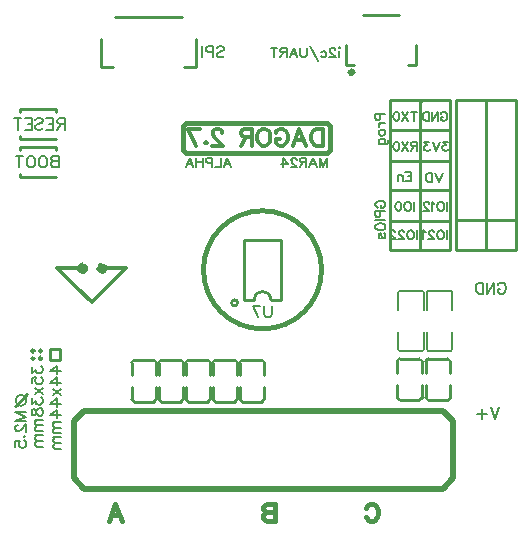
<source format=gbo>
G04 Layer: BottomSilkscreenLayer*
G04 EasyEDA v6.5.42, 2024-06-19 17:53:58*
G04 0aa094f9eb354ad99160228faad6b286,7c1e8d740ba24e6f83eb2d53d3341807,10*
G04 Gerber Generator version 0.2*
G04 Scale: 100 percent, Rotated: No, Reflected: No *
G04 Dimensions in millimeters *
G04 leading zeros omitted , absolute positions ,4 integer and 5 decimal *
%FSLAX45Y45*%
%MOMM*%

%ADD10C,0.2032*%
%ADD11C,0.3000*%
%ADD12C,0.4000*%
%ADD13C,0.2000*%
%ADD14C,0.3500*%
%ADD15C,0.5000*%
%ADD16C,0.2540*%
%ADD17C,0.1524*%
%ADD18C,0.4001*%
%ADD19C,0.7500*%
%ADD20C,0.0166*%

%LPD*%
D10*
X974945Y526244D02*
G01*
X967219Y530108D01*
X959490Y537837D01*
X955626Y545564D01*
X955626Y561017D01*
X959490Y568746D01*
X967219Y576473D01*
X974945Y580336D01*
X986536Y584200D01*
X1005855Y584200D01*
X1017445Y580336D01*
X1025171Y576473D01*
X1032901Y568746D01*
X1036764Y561017D01*
X1036764Y545564D01*
X1032901Y537837D01*
X1025171Y530108D01*
X1017445Y526244D01*
X1005855Y526244D01*
X1005855Y545564D02*
G01*
X1005855Y526244D01*
X955626Y500745D02*
G01*
X1036764Y500745D01*
X955626Y500745D02*
G01*
X955626Y465973D01*
X959490Y454380D01*
X963353Y450517D01*
X971082Y446653D01*
X982672Y446653D01*
X990399Y450517D01*
X994262Y454380D01*
X998126Y465973D01*
X998126Y500745D01*
X955626Y421154D02*
G01*
X1036764Y421154D01*
X955626Y372473D02*
G01*
X959490Y380199D01*
X967219Y387926D01*
X974945Y391789D01*
X986536Y395655D01*
X1005855Y395655D01*
X1017445Y391789D01*
X1025171Y387926D01*
X1032901Y380199D01*
X1036764Y372473D01*
X1036764Y357017D01*
X1032901Y349290D01*
X1025171Y341563D01*
X1017445Y337700D01*
X1005855Y333837D01*
X986536Y333837D01*
X974945Y337700D01*
X967219Y341563D01*
X959490Y349290D01*
X955626Y357017D01*
X955626Y372473D01*
X994262Y265836D02*
G01*
X986536Y269699D01*
X982672Y281289D01*
X982672Y292882D01*
X986536Y304472D01*
X994262Y308335D01*
X1001991Y304472D01*
X1005855Y296745D01*
X1009718Y277426D01*
X1013581Y269699D01*
X1021308Y265836D01*
X1025171Y265836D01*
X1032901Y269699D01*
X1036764Y281289D01*
X1036764Y292882D01*
X1032901Y304472D01*
X1025171Y308335D01*
X-1802709Y-858253D02*
G01*
X-1739071Y-812800D01*
X-1739071Y-880981D01*
X-1802709Y-858253D02*
G01*
X-1707253Y-858253D01*
X-1802709Y-956437D02*
G01*
X-1739071Y-910981D01*
X-1739071Y-979162D01*
X-1802709Y-956437D02*
G01*
X-1707253Y-956437D01*
X-1770890Y-1009164D02*
G01*
X-1707253Y-1059164D01*
X-1770890Y-1059164D02*
G01*
X-1707253Y-1009164D01*
X-1802709Y-1134618D02*
G01*
X-1739071Y-1089164D01*
X-1739071Y-1157345D01*
X-1802709Y-1134618D02*
G01*
X-1707253Y-1134618D01*
X-1802709Y-1232799D02*
G01*
X-1739071Y-1187345D01*
X-1739071Y-1255527D01*
X-1802709Y-1232799D02*
G01*
X-1707253Y-1232799D01*
X-1770890Y-1285527D02*
G01*
X-1707253Y-1285527D01*
X-1752709Y-1285527D02*
G01*
X-1766346Y-1299164D01*
X-1770890Y-1308254D01*
X-1770890Y-1321889D01*
X-1766346Y-1330982D01*
X-1752709Y-1335526D01*
X-1707253Y-1335526D01*
X-1752709Y-1335526D02*
G01*
X-1766346Y-1349164D01*
X-1770890Y-1358254D01*
X-1770890Y-1371892D01*
X-1766346Y-1380982D01*
X-1752709Y-1385526D01*
X-1707253Y-1385526D01*
X-1770890Y-1415526D02*
G01*
X-1707253Y-1415526D01*
X-1752709Y-1415526D02*
G01*
X-1766346Y-1429164D01*
X-1770890Y-1438254D01*
X-1770890Y-1451891D01*
X-1766346Y-1460982D01*
X-1752709Y-1465526D01*
X-1707253Y-1465526D01*
X-1752709Y-1465526D02*
G01*
X-1766346Y-1479163D01*
X-1770890Y-1488254D01*
X-1770890Y-1501891D01*
X-1766346Y-1510982D01*
X-1752709Y-1515526D01*
X-1707253Y-1515526D01*
X-1955109Y-821890D02*
G01*
X-1955109Y-871890D01*
X-1918746Y-844618D01*
X-1918746Y-858253D01*
X-1914199Y-867346D01*
X-1909653Y-871890D01*
X-1896018Y-876437D01*
X-1886927Y-876437D01*
X-1873290Y-871890D01*
X-1864199Y-862799D01*
X-1859653Y-849162D01*
X-1859653Y-835527D01*
X-1864199Y-821890D01*
X-1868746Y-817346D01*
X-1877837Y-812800D01*
X-1955109Y-960981D02*
G01*
X-1955109Y-915527D01*
X-1914199Y-910981D01*
X-1918746Y-915527D01*
X-1923290Y-929162D01*
X-1923290Y-942799D01*
X-1918746Y-956437D01*
X-1909653Y-965527D01*
X-1896018Y-970071D01*
X-1886927Y-970071D01*
X-1873290Y-965527D01*
X-1864199Y-956437D01*
X-1859653Y-942799D01*
X-1859653Y-929162D01*
X-1864199Y-915527D01*
X-1868746Y-910981D01*
X-1877837Y-906437D01*
X-1923290Y-1000071D02*
G01*
X-1859653Y-1050071D01*
X-1923290Y-1050071D02*
G01*
X-1859653Y-1000071D01*
X-1955109Y-1089164D02*
G01*
X-1955109Y-1139164D01*
X-1918746Y-1111890D01*
X-1918746Y-1125527D01*
X-1914199Y-1134618D01*
X-1909653Y-1139164D01*
X-1896018Y-1143708D01*
X-1886927Y-1143708D01*
X-1873290Y-1139164D01*
X-1864199Y-1130073D01*
X-1859653Y-1116436D01*
X-1859653Y-1102799D01*
X-1864199Y-1089164D01*
X-1868746Y-1084618D01*
X-1877837Y-1080071D01*
X-1955109Y-1196436D02*
G01*
X-1950562Y-1182799D01*
X-1941471Y-1178255D01*
X-1932381Y-1178255D01*
X-1923290Y-1182799D01*
X-1918746Y-1191889D01*
X-1914199Y-1210073D01*
X-1909653Y-1223708D01*
X-1900562Y-1232799D01*
X-1891471Y-1237345D01*
X-1877837Y-1237345D01*
X-1868746Y-1232799D01*
X-1864199Y-1228255D01*
X-1859653Y-1214617D01*
X-1859653Y-1196436D01*
X-1864199Y-1182799D01*
X-1868746Y-1178255D01*
X-1877837Y-1173708D01*
X-1891471Y-1173708D01*
X-1900562Y-1178255D01*
X-1909653Y-1187345D01*
X-1914199Y-1200980D01*
X-1918746Y-1219164D01*
X-1923290Y-1228255D01*
X-1932381Y-1232799D01*
X-1941471Y-1232799D01*
X-1950562Y-1228255D01*
X-1955109Y-1214617D01*
X-1955109Y-1196436D01*
X-1923290Y-1267345D02*
G01*
X-1859653Y-1267345D01*
X-1905109Y-1267345D02*
G01*
X-1918746Y-1280982D01*
X-1923290Y-1290073D01*
X-1923290Y-1303708D01*
X-1918746Y-1312798D01*
X-1905109Y-1317345D01*
X-1859653Y-1317345D01*
X-1905109Y-1317345D02*
G01*
X-1918746Y-1330982D01*
X-1923290Y-1340073D01*
X-1923290Y-1353708D01*
X-1918746Y-1362798D01*
X-1905109Y-1367345D01*
X-1859653Y-1367345D01*
X-1923290Y-1397345D02*
G01*
X-1859653Y-1397345D01*
X-1905109Y-1397345D02*
G01*
X-1918746Y-1410982D01*
X-1923290Y-1420073D01*
X-1923290Y-1433708D01*
X-1918746Y-1442798D01*
X-1905109Y-1447345D01*
X-1859653Y-1447345D01*
X-1905109Y-1447345D02*
G01*
X-1918746Y-1460982D01*
X-1923290Y-1470073D01*
X-1923290Y-1483707D01*
X-1918746Y-1492801D01*
X-1905109Y-1497345D01*
X-1859653Y-1497345D01*
X1567527Y1084026D02*
G01*
X1527528Y1084026D01*
X1549346Y1054935D01*
X1538437Y1054935D01*
X1531162Y1051300D01*
X1527528Y1047663D01*
X1523890Y1036754D01*
X1523890Y1029482D01*
X1527528Y1018573D01*
X1534800Y1011301D01*
X1545709Y1007663D01*
X1556618Y1007663D01*
X1567527Y1011301D01*
X1571162Y1014935D01*
X1574800Y1022210D01*
X1499890Y1084026D02*
G01*
X1470799Y1007663D01*
X1441709Y1084026D02*
G01*
X1470799Y1007663D01*
X1410436Y1084026D02*
G01*
X1370436Y1084026D01*
X1392255Y1054935D01*
X1381345Y1054935D01*
X1374073Y1051300D01*
X1370436Y1047663D01*
X1366799Y1036754D01*
X1366799Y1029482D01*
X1370436Y1018573D01*
X1377708Y1011301D01*
X1388618Y1007663D01*
X1399527Y1007663D01*
X1410436Y1011301D01*
X1414073Y1014935D01*
X1417708Y1022210D01*
X1562100Y576026D02*
G01*
X1562100Y499663D01*
X1516280Y576026D02*
G01*
X1523555Y572391D01*
X1530827Y565116D01*
X1534464Y557844D01*
X1538099Y546935D01*
X1538099Y528754D01*
X1534464Y517845D01*
X1530827Y510573D01*
X1523555Y503301D01*
X1516280Y499663D01*
X1501736Y499663D01*
X1494464Y503301D01*
X1487190Y510573D01*
X1483555Y517845D01*
X1479918Y528754D01*
X1479918Y546935D01*
X1483555Y557844D01*
X1487190Y565116D01*
X1494464Y572391D01*
X1501736Y576026D01*
X1516280Y576026D01*
X1455917Y561482D02*
G01*
X1448645Y565116D01*
X1437736Y576026D01*
X1437736Y499663D01*
X1410101Y557844D02*
G01*
X1410101Y561482D01*
X1406464Y568754D01*
X1402826Y572391D01*
X1395554Y576026D01*
X1381010Y576026D01*
X1373736Y572391D01*
X1370101Y568754D01*
X1366464Y561482D01*
X1366464Y554210D01*
X1370101Y546935D01*
X1377373Y536026D01*
X1413736Y499663D01*
X1362826Y499663D01*
X1507553Y1319844D02*
G01*
X1511190Y1327116D01*
X1518462Y1334391D01*
X1525737Y1338026D01*
X1540281Y1338026D01*
X1547553Y1334391D01*
X1554827Y1327116D01*
X1558462Y1319844D01*
X1562100Y1308935D01*
X1562100Y1290754D01*
X1558462Y1279845D01*
X1554827Y1272573D01*
X1547553Y1265301D01*
X1540281Y1261663D01*
X1525737Y1261663D01*
X1518462Y1265301D01*
X1511190Y1272573D01*
X1507553Y1279845D01*
X1507553Y1290754D01*
X1525737Y1290754D02*
G01*
X1507553Y1290754D01*
X1483555Y1338026D02*
G01*
X1483555Y1261663D01*
X1483555Y1338026D02*
G01*
X1432646Y1261663D01*
X1432646Y1338026D02*
G01*
X1432646Y1261663D01*
X1408645Y1338026D02*
G01*
X1408645Y1261663D01*
X1408645Y1338026D02*
G01*
X1383190Y1338026D01*
X1372280Y1334391D01*
X1365008Y1327116D01*
X1361373Y1319844D01*
X1357736Y1308935D01*
X1357736Y1290754D01*
X1361373Y1279845D01*
X1365008Y1272573D01*
X1372280Y1265301D01*
X1383190Y1261663D01*
X1408645Y1261663D01*
X1308100Y334726D02*
G01*
X1308100Y258363D01*
X1262280Y334726D02*
G01*
X1269555Y331091D01*
X1276827Y323816D01*
X1280464Y316544D01*
X1284099Y305635D01*
X1284099Y287454D01*
X1280464Y276545D01*
X1276827Y269273D01*
X1269555Y262001D01*
X1262280Y258363D01*
X1247736Y258363D01*
X1240464Y262001D01*
X1233190Y269273D01*
X1229555Y276545D01*
X1225918Y287454D01*
X1225918Y305635D01*
X1229555Y316544D01*
X1233190Y323816D01*
X1240464Y331091D01*
X1247736Y334726D01*
X1262280Y334726D01*
X1198280Y316544D02*
G01*
X1198280Y320182D01*
X1194645Y327454D01*
X1191008Y331091D01*
X1183736Y334726D01*
X1169189Y334726D01*
X1161917Y331091D01*
X1158280Y327454D01*
X1154645Y320182D01*
X1154645Y312910D01*
X1158280Y305635D01*
X1165555Y294726D01*
X1201917Y258363D01*
X1151008Y258363D01*
X1123373Y316544D02*
G01*
X1123373Y320182D01*
X1119736Y327454D01*
X1116098Y331091D01*
X1108826Y334726D01*
X1094282Y334726D01*
X1087008Y331091D01*
X1083373Y327454D01*
X1079736Y320182D01*
X1079736Y312910D01*
X1083373Y305635D01*
X1090645Y294726D01*
X1127008Y258363D01*
X1076098Y258363D01*
X1562100Y334726D02*
G01*
X1562100Y258363D01*
X1516280Y334726D02*
G01*
X1523555Y331091D01*
X1530827Y323816D01*
X1534464Y316544D01*
X1538099Y305635D01*
X1538099Y287454D01*
X1534464Y276545D01*
X1530827Y269273D01*
X1523555Y262001D01*
X1516280Y258363D01*
X1501736Y258363D01*
X1494464Y262001D01*
X1487190Y269273D01*
X1483555Y276545D01*
X1479918Y287454D01*
X1479918Y305635D01*
X1483555Y316544D01*
X1487190Y323816D01*
X1494464Y331091D01*
X1501736Y334726D01*
X1516280Y334726D01*
X1452280Y316544D02*
G01*
X1452280Y320182D01*
X1448645Y327454D01*
X1445008Y331091D01*
X1437736Y334726D01*
X1423189Y334726D01*
X1415917Y331091D01*
X1412280Y327454D01*
X1408645Y320182D01*
X1408645Y312910D01*
X1412280Y305635D01*
X1419555Y294726D01*
X1455917Y258363D01*
X1405008Y258363D01*
X1381008Y320182D02*
G01*
X1373736Y323816D01*
X1362826Y334726D01*
X1362826Y258363D01*
X955626Y1320800D02*
G01*
X1036764Y1320800D01*
X955626Y1320800D02*
G01*
X955626Y1286027D01*
X959490Y1274434D01*
X963353Y1270571D01*
X971080Y1266708D01*
X982672Y1266708D01*
X990399Y1270571D01*
X994262Y1274434D01*
X998126Y1286027D01*
X998126Y1320800D01*
X982672Y1241209D02*
G01*
X1036764Y1241209D01*
X1005855Y1241209D02*
G01*
X994262Y1237343D01*
X986536Y1229616D01*
X982672Y1221889D01*
X982672Y1210299D01*
X982672Y1165479D02*
G01*
X986536Y1173208D01*
X994262Y1180934D01*
X1005855Y1184798D01*
X1013581Y1184798D01*
X1025171Y1180934D01*
X1032901Y1173208D01*
X1036764Y1165479D01*
X1036764Y1153888D01*
X1032901Y1146162D01*
X1025171Y1138433D01*
X1013581Y1134569D01*
X1005855Y1134569D01*
X994262Y1138433D01*
X986536Y1146162D01*
X982672Y1153888D01*
X982672Y1165479D01*
X982672Y1062705D02*
G01*
X1044491Y1062705D01*
X1056081Y1066568D01*
X1059944Y1070432D01*
X1063810Y1078161D01*
X1063810Y1089751D01*
X1059944Y1097478D01*
X994262Y1062705D02*
G01*
X986536Y1070432D01*
X982672Y1078161D01*
X982672Y1089751D01*
X986536Y1097478D01*
X994262Y1105207D01*
X1005855Y1109070D01*
X1013581Y1109070D01*
X1025171Y1105207D01*
X1032901Y1097478D01*
X1036764Y1089751D01*
X1036764Y1078161D01*
X1032901Y1070432D01*
X1025171Y1062705D01*
X652703Y1879076D02*
G01*
X648840Y1875213D01*
X644977Y1879076D01*
X648840Y1882940D01*
X652703Y1879076D01*
X648840Y1852030D02*
G01*
X648840Y1797938D01*
X615612Y1859760D02*
G01*
X615612Y1863623D01*
X611748Y1871350D01*
X607885Y1875213D01*
X600158Y1879076D01*
X584702Y1879076D01*
X576976Y1875213D01*
X573112Y1871350D01*
X569247Y1863623D01*
X569247Y1855894D01*
X573112Y1848167D01*
X580839Y1836577D01*
X619475Y1797938D01*
X565383Y1797938D01*
X493519Y1840440D02*
G01*
X501246Y1848167D01*
X508975Y1852030D01*
X520565Y1852030D01*
X528292Y1848167D01*
X536021Y1840440D01*
X539884Y1828848D01*
X539884Y1821121D01*
X536021Y1809531D01*
X528292Y1801802D01*
X520565Y1797938D01*
X508975Y1797938D01*
X501246Y1801802D01*
X493519Y1809531D01*
X398472Y1894532D02*
G01*
X468020Y1770893D01*
X372973Y1879076D02*
G01*
X372973Y1821121D01*
X369110Y1809531D01*
X361381Y1801802D01*
X349791Y1797938D01*
X342064Y1797938D01*
X330471Y1801802D01*
X322745Y1809531D01*
X318881Y1821121D01*
X318881Y1879076D01*
X262470Y1879076D02*
G01*
X293380Y1797938D01*
X262470Y1879076D02*
G01*
X231561Y1797938D01*
X281790Y1824984D02*
G01*
X243154Y1824984D01*
X206062Y1879076D02*
G01*
X206062Y1797938D01*
X206062Y1879076D02*
G01*
X171287Y1879076D01*
X159697Y1875213D01*
X155834Y1871350D01*
X151970Y1863623D01*
X151970Y1855894D01*
X155834Y1848167D01*
X159697Y1844304D01*
X171287Y1840440D01*
X206062Y1840440D01*
X179016Y1840440D02*
G01*
X151970Y1797938D01*
X99423Y1879076D02*
G01*
X99423Y1797938D01*
X126469Y1879076D02*
G01*
X72377Y1879076D01*
X2003907Y-1163883D02*
G01*
X1967544Y-1259339D01*
X1931179Y-1163883D02*
G01*
X1967544Y-1259339D01*
X1860270Y-1177521D02*
G01*
X1860270Y-1259339D01*
X1901179Y-1218430D02*
G01*
X1819361Y-1218430D01*
X1991639Y-129857D02*
G01*
X1995957Y-120713D01*
X2005101Y-111823D01*
X2014245Y-107251D01*
X2032533Y-107251D01*
X2041423Y-111823D01*
X2050567Y-120713D01*
X2055139Y-129857D01*
X2059711Y-143573D01*
X2059711Y-166179D01*
X2055139Y-179895D01*
X2050567Y-189039D01*
X2041423Y-198183D01*
X2032533Y-202755D01*
X2014245Y-202755D01*
X2005101Y-198183D01*
X1995957Y-189039D01*
X1991639Y-179895D01*
X1991639Y-166179D01*
X2014245Y-166179D02*
G01*
X1991639Y-166179D01*
X1961413Y-107251D02*
G01*
X1961413Y-202755D01*
X1961413Y-107251D02*
G01*
X1897913Y-202755D01*
X1897913Y-107251D02*
G01*
X1897913Y-202755D01*
X1867941Y-107251D02*
G01*
X1867941Y-202755D01*
X1867941Y-107251D02*
G01*
X1836191Y-107251D01*
X1822475Y-111823D01*
X1813331Y-120713D01*
X1808759Y-129857D01*
X1804187Y-143573D01*
X1804187Y-166179D01*
X1808759Y-179895D01*
X1813331Y-189039D01*
X1822475Y-198183D01*
X1836191Y-202755D01*
X1867941Y-202755D01*
X1308100Y1084026D02*
G01*
X1308100Y1007663D01*
X1308100Y1084026D02*
G01*
X1275372Y1084026D01*
X1264462Y1080391D01*
X1260828Y1076754D01*
X1257190Y1069482D01*
X1257190Y1062210D01*
X1260828Y1054935D01*
X1264462Y1051300D01*
X1275372Y1047663D01*
X1308100Y1047663D01*
X1282646Y1047663D02*
G01*
X1257190Y1007663D01*
X1233190Y1084026D02*
G01*
X1182281Y1007663D01*
X1182281Y1084026D02*
G01*
X1233190Y1007663D01*
X1136464Y1084026D02*
G01*
X1147373Y1080391D01*
X1154645Y1069482D01*
X1158283Y1051300D01*
X1158283Y1040391D01*
X1154645Y1022210D01*
X1147373Y1011301D01*
X1136464Y1007663D01*
X1129190Y1007663D01*
X1118283Y1011301D01*
X1111008Y1022210D01*
X1107373Y1040391D01*
X1107373Y1051300D01*
X1111008Y1069482D01*
X1118283Y1080391D01*
X1129190Y1084026D01*
X1136464Y1084026D01*
X1282646Y1338026D02*
G01*
X1282646Y1261663D01*
X1308100Y1338026D02*
G01*
X1257190Y1338026D01*
X1233190Y1338026D02*
G01*
X1182281Y1261663D01*
X1182281Y1338026D02*
G01*
X1233190Y1261663D01*
X1136464Y1338026D02*
G01*
X1147373Y1334391D01*
X1154645Y1323482D01*
X1158283Y1305300D01*
X1158283Y1294391D01*
X1154645Y1276210D01*
X1147373Y1265301D01*
X1136464Y1261663D01*
X1129190Y1261663D01*
X1118283Y1265301D01*
X1111008Y1276210D01*
X1107373Y1294391D01*
X1107373Y1305300D01*
X1111008Y1323482D01*
X1118283Y1334391D01*
X1129190Y1338026D01*
X1136464Y1338026D01*
X1257300Y830026D02*
G01*
X1257300Y753663D01*
X1257300Y830026D02*
G01*
X1210028Y830026D01*
X1257300Y793663D02*
G01*
X1228209Y793663D01*
X1257300Y753663D02*
G01*
X1210028Y753663D01*
X1186027Y804572D02*
G01*
X1186027Y753663D01*
X1186027Y790026D02*
G01*
X1175118Y800935D01*
X1167846Y804572D01*
X1156936Y804572D01*
X1149664Y800935D01*
X1146027Y790026D01*
X1146027Y753663D01*
X1282700Y576026D02*
G01*
X1282700Y499663D01*
X1236880Y576026D02*
G01*
X1244155Y572391D01*
X1251427Y565116D01*
X1255064Y557844D01*
X1258699Y546935D01*
X1258699Y528754D01*
X1255064Y517845D01*
X1251427Y510573D01*
X1244155Y503301D01*
X1236880Y499663D01*
X1222336Y499663D01*
X1215064Y503301D01*
X1207790Y510573D01*
X1204155Y517845D01*
X1200518Y528754D01*
X1200518Y546935D01*
X1204155Y557844D01*
X1207790Y565116D01*
X1215064Y572391D01*
X1222336Y576026D01*
X1236880Y576026D01*
X1154699Y576026D02*
G01*
X1165608Y572391D01*
X1172883Y561482D01*
X1176517Y543300D01*
X1176517Y532391D01*
X1172883Y514210D01*
X1165608Y503301D01*
X1154699Y499663D01*
X1147427Y499663D01*
X1136517Y503301D01*
X1129245Y514210D01*
X1125608Y532391D01*
X1125608Y543300D01*
X1129245Y561482D01*
X1136517Y572391D01*
X1147427Y576026D01*
X1154699Y576026D01*
X-1676400Y1282009D02*
G01*
X-1676400Y1186553D01*
X-1676400Y1282009D02*
G01*
X-1717309Y1282009D01*
X-1730946Y1277462D01*
X-1735490Y1272918D01*
X-1740037Y1263827D01*
X-1740037Y1254737D01*
X-1735490Y1245646D01*
X-1730946Y1241099D01*
X-1717309Y1236553D01*
X-1676400Y1236553D01*
X-1708218Y1236553D02*
G01*
X-1740037Y1186553D01*
X-1770037Y1282009D02*
G01*
X-1770037Y1186553D01*
X-1770037Y1282009D02*
G01*
X-1829127Y1282009D01*
X-1770037Y1236553D02*
G01*
X-1806399Y1236553D01*
X-1770037Y1186553D02*
G01*
X-1829127Y1186553D01*
X-1922764Y1268371D02*
G01*
X-1913671Y1277462D01*
X-1900036Y1282009D01*
X-1881855Y1282009D01*
X-1868218Y1277462D01*
X-1859127Y1268371D01*
X-1859127Y1259281D01*
X-1863671Y1250190D01*
X-1868218Y1245646D01*
X-1877308Y1241099D01*
X-1904580Y1232009D01*
X-1913671Y1227462D01*
X-1918218Y1222918D01*
X-1922764Y1213827D01*
X-1922764Y1200190D01*
X-1913671Y1191099D01*
X-1900036Y1186553D01*
X-1881855Y1186553D01*
X-1868218Y1191099D01*
X-1859127Y1200190D01*
X-1952764Y1282009D02*
G01*
X-1952764Y1186553D01*
X-1952764Y1282009D02*
G01*
X-2011855Y1282009D01*
X-1952764Y1236553D02*
G01*
X-1989127Y1236553D01*
X-1952764Y1186553D02*
G01*
X-2011855Y1186553D01*
X-2073673Y1282009D02*
G01*
X-2073673Y1186553D01*
X-2041855Y1282009D02*
G01*
X-2105489Y1282009D01*
X-1727200Y964509D02*
G01*
X-1727200Y869053D01*
X-1727200Y964509D02*
G01*
X-1768109Y964509D01*
X-1781746Y959962D01*
X-1786290Y955418D01*
X-1790837Y946327D01*
X-1790837Y937237D01*
X-1786290Y928146D01*
X-1781746Y923599D01*
X-1768109Y919053D01*
X-1727200Y919053D02*
G01*
X-1768109Y919053D01*
X-1781746Y914509D01*
X-1786290Y909962D01*
X-1790837Y900871D01*
X-1790837Y887237D01*
X-1786290Y878146D01*
X-1781746Y873599D01*
X-1768109Y869053D01*
X-1727200Y869053D01*
X-1848109Y964509D02*
G01*
X-1839018Y959962D01*
X-1829927Y950871D01*
X-1825381Y941781D01*
X-1820837Y928146D01*
X-1820837Y905418D01*
X-1825381Y891781D01*
X-1829927Y882690D01*
X-1839018Y873599D01*
X-1848109Y869053D01*
X-1866290Y869053D01*
X-1875381Y873599D01*
X-1884471Y882690D01*
X-1889018Y891781D01*
X-1893562Y905418D01*
X-1893562Y928146D01*
X-1889018Y941781D01*
X-1884471Y950871D01*
X-1875381Y959962D01*
X-1866290Y964509D01*
X-1848109Y964509D01*
X-1950836Y964509D02*
G01*
X-1941746Y959962D01*
X-1932655Y950871D01*
X-1928108Y941781D01*
X-1923564Y928146D01*
X-1923564Y905418D01*
X-1928108Y891781D01*
X-1932655Y882690D01*
X-1941746Y873599D01*
X-1950836Y869053D01*
X-1969018Y869053D01*
X-1978108Y873599D01*
X-1987199Y882690D01*
X-1991746Y891781D01*
X-1996290Y905418D01*
X-1996290Y928146D01*
X-1991746Y941781D01*
X-1987199Y950871D01*
X-1978108Y959962D01*
X-1969018Y964509D01*
X-1950836Y964509D01*
X-2058108Y964509D02*
G01*
X-2058108Y869053D01*
X-2026290Y964509D02*
G01*
X-2089927Y964509D01*
X-388833Y1880575D02*
G01*
X-379742Y1889666D01*
X-366105Y1894212D01*
X-347924Y1894212D01*
X-334286Y1889666D01*
X-325196Y1880575D01*
X-325196Y1871484D01*
X-329742Y1862394D01*
X-334286Y1857849D01*
X-343377Y1853303D01*
X-370649Y1844212D01*
X-379742Y1839666D01*
X-384286Y1835122D01*
X-388833Y1826031D01*
X-388833Y1812394D01*
X-379742Y1803303D01*
X-366105Y1798756D01*
X-347924Y1798756D01*
X-334286Y1803303D01*
X-325196Y1812394D01*
X-418833Y1894212D02*
G01*
X-418833Y1798756D01*
X-418833Y1894212D02*
G01*
X-459742Y1894212D01*
X-473377Y1889666D01*
X-477923Y1885121D01*
X-482467Y1876031D01*
X-482467Y1862394D01*
X-477923Y1853303D01*
X-473377Y1848756D01*
X-459742Y1844212D01*
X-418833Y1844212D01*
X-512467Y1894212D02*
G01*
X-512467Y1798756D01*
X546100Y949373D02*
G01*
X546100Y868235D01*
X546100Y949373D02*
G01*
X515190Y868235D01*
X484281Y949373D02*
G01*
X515190Y868235D01*
X484281Y949373D02*
G01*
X484281Y868235D01*
X427870Y949373D02*
G01*
X458779Y868235D01*
X427870Y949373D02*
G01*
X396961Y868235D01*
X447189Y895281D02*
G01*
X408553Y895281D01*
X371462Y949373D02*
G01*
X371462Y868235D01*
X371462Y949373D02*
G01*
X336687Y949373D01*
X325097Y945509D01*
X321233Y941646D01*
X317370Y933919D01*
X317370Y926190D01*
X321233Y918463D01*
X325097Y914600D01*
X336687Y910737D01*
X371462Y910737D01*
X344416Y910737D02*
G01*
X317370Y868235D01*
X288005Y930056D02*
G01*
X288005Y933919D01*
X284142Y941646D01*
X280278Y945509D01*
X272552Y949373D01*
X257096Y949373D01*
X249369Y945509D01*
X245506Y941646D01*
X241640Y933919D01*
X241640Y926190D01*
X245506Y918463D01*
X253232Y906873D01*
X291868Y868235D01*
X237777Y868235D01*
X173639Y949373D02*
G01*
X212277Y895281D01*
X154322Y895281D01*
X173639Y949373D02*
G01*
X173639Y868235D01*
D11*
X508000Y1192763D02*
G01*
X508000Y1049581D01*
X508000Y1192763D02*
G01*
X460273Y1192763D01*
X439818Y1185946D01*
X426181Y1172309D01*
X419364Y1158671D01*
X412546Y1138217D01*
X412546Y1104127D01*
X419364Y1083673D01*
X426181Y1070035D01*
X439818Y1056399D01*
X460273Y1049581D01*
X508000Y1049581D01*
X313000Y1192763D02*
G01*
X367545Y1049581D01*
X313000Y1192763D02*
G01*
X258455Y1049581D01*
X347090Y1097307D02*
G01*
X278909Y1097307D01*
X111183Y1158671D02*
G01*
X118000Y1172309D01*
X131638Y1185946D01*
X145272Y1192763D01*
X172547Y1192763D01*
X186181Y1185946D01*
X199819Y1172309D01*
X206636Y1158671D01*
X213453Y1138217D01*
X213453Y1104127D01*
X206636Y1083673D01*
X199819Y1070035D01*
X186181Y1056399D01*
X172547Y1049581D01*
X145272Y1049581D01*
X131638Y1056399D01*
X118000Y1070035D01*
X111183Y1083673D01*
X111183Y1104127D01*
X145272Y1104127D02*
G01*
X111183Y1104127D01*
X25272Y1192763D02*
G01*
X38910Y1185946D01*
X52547Y1172309D01*
X59364Y1158671D01*
X66182Y1138217D01*
X66182Y1104127D01*
X59364Y1083673D01*
X52547Y1070035D01*
X38910Y1056399D01*
X25272Y1049581D01*
X-1998Y1049581D01*
X-15636Y1056399D01*
X-29270Y1070035D01*
X-36090Y1083673D01*
X-42908Y1104127D01*
X-42908Y1138217D01*
X-36090Y1158671D01*
X-29270Y1172309D01*
X-15636Y1185946D01*
X-1998Y1192763D01*
X25272Y1192763D01*
X-87906Y1192763D02*
G01*
X-87906Y1049581D01*
X-87906Y1192763D02*
G01*
X-149270Y1192763D01*
X-169725Y1185946D01*
X-176545Y1179126D01*
X-183362Y1165491D01*
X-183362Y1151854D01*
X-176545Y1138217D01*
X-169725Y1131399D01*
X-149270Y1124582D01*
X-87906Y1124582D01*
X-135636Y1124582D02*
G01*
X-183362Y1049581D01*
X-340179Y1158671D02*
G01*
X-340179Y1165491D01*
X-346997Y1179126D01*
X-353816Y1185946D01*
X-367451Y1192763D01*
X-394726Y1192763D01*
X-408360Y1185946D01*
X-415180Y1179126D01*
X-421998Y1165491D01*
X-421998Y1151854D01*
X-415180Y1138217D01*
X-401543Y1117762D01*
X-333362Y1049581D01*
X-428815Y1049581D01*
X-480634Y1083673D02*
G01*
X-473816Y1076853D01*
X-480634Y1070035D01*
X-487451Y1076853D01*
X-480634Y1083673D01*
X-627905Y1192763D02*
G01*
X-559724Y1049581D01*
X-532452Y1192763D02*
G01*
X-627905Y1192763D01*
D10*
X1524000Y822373D02*
G01*
X1493090Y741235D01*
X1462181Y822373D02*
G01*
X1493090Y741235D01*
X1436679Y822373D02*
G01*
X1436679Y741235D01*
X1436679Y822373D02*
G01*
X1409633Y822373D01*
X1398043Y818509D01*
X1390317Y810783D01*
X1386453Y803056D01*
X1382588Y791463D01*
X1382588Y772144D01*
X1386453Y760554D01*
X1390317Y752828D01*
X1398043Y745098D01*
X1409633Y741235D01*
X1436679Y741235D01*
D12*
X-1248346Y-1982236D02*
G01*
X-1193800Y-2125418D01*
X-1248346Y-1982236D02*
G01*
X-1302890Y-2125418D01*
X-1214254Y-2077692D02*
G01*
X-1282435Y-2077692D01*
X101600Y-1982236D02*
G01*
X101600Y-2125418D01*
X101600Y-1982236D02*
G01*
X40236Y-1982236D01*
X19781Y-1989053D01*
X12964Y-1995873D01*
X6146Y-2009508D01*
X6146Y-2023145D01*
X12964Y-2036782D01*
X19781Y-2043600D01*
X40236Y-2050417D01*
X101600Y-2050417D02*
G01*
X40236Y-2050417D01*
X19781Y-2057237D01*
X12964Y-2064054D01*
X6146Y-2077692D01*
X6146Y-2098146D01*
X12964Y-2111781D01*
X19781Y-2118601D01*
X40236Y-2125418D01*
X101600Y-2125418D01*
X875626Y-2016328D02*
G01*
X882446Y-2002690D01*
X896081Y-1989053D01*
X909718Y-1982236D01*
X936990Y-1982236D01*
X950628Y-1989053D01*
X964262Y-2002690D01*
X971082Y-2016328D01*
X977900Y-2036782D01*
X977900Y-2070872D01*
X971082Y-2091326D01*
X964262Y-2104964D01*
X950628Y-2118600D01*
X936990Y-2125418D01*
X909718Y-2125418D01*
X896081Y-2118600D01*
X882446Y-2104964D01*
X875626Y-2091326D01*
D10*
X-2094809Y-1206500D02*
G01*
X-1999353Y-1206500D01*
X-2094809Y-1206500D02*
G01*
X-1999353Y-1242862D01*
X-2094809Y-1279227D02*
G01*
X-1999353Y-1242862D01*
X-2094809Y-1279227D02*
G01*
X-1999353Y-1279227D01*
X-2072081Y-1313771D02*
G01*
X-2076627Y-1313771D01*
X-2085718Y-1318318D01*
X-2090262Y-1322862D01*
X-2094809Y-1331955D01*
X-2094809Y-1350137D01*
X-2090262Y-1359227D01*
X-2085718Y-1363771D01*
X-2076627Y-1368318D01*
X-2067537Y-1368318D01*
X-2058446Y-1363771D01*
X-2044809Y-1354681D01*
X-1999353Y-1309227D01*
X-1999353Y-1372862D01*
X-2022081Y-1407408D02*
G01*
X-2017537Y-1402864D01*
X-2012990Y-1407408D01*
X-2017537Y-1411955D01*
X-2022081Y-1407408D01*
X-2094809Y-1496499D02*
G01*
X-2094809Y-1451046D01*
X-2053899Y-1446499D01*
X-2058446Y-1451046D01*
X-2062990Y-1464680D01*
X-2062990Y-1478318D01*
X-2058446Y-1491955D01*
X-2049353Y-1501046D01*
X-2035718Y-1505590D01*
X-2026627Y-1505590D01*
X-2012990Y-1501046D01*
X-2003899Y-1491955D01*
X-1999353Y-1478318D01*
X-1999353Y-1464680D01*
X-2003899Y-1451046D01*
X-2008446Y-1446499D01*
X-2017537Y-1441955D01*
X-297609Y949373D02*
G01*
X-266700Y868235D01*
X-297609Y949373D02*
G01*
X-328518Y868235D01*
X-278290Y895281D02*
G01*
X-316928Y895281D01*
X-354020Y949373D02*
G01*
X-354020Y868235D01*
X-354020Y868235D02*
G01*
X-400382Y868235D01*
X-425884Y949373D02*
G01*
X-425884Y868235D01*
X-425884Y949373D02*
G01*
X-460656Y949373D01*
X-472246Y945509D01*
X-476112Y941646D01*
X-479976Y933919D01*
X-479976Y922327D01*
X-476112Y914600D01*
X-472246Y910737D01*
X-460656Y906873D01*
X-425884Y906873D01*
X-505475Y949373D02*
G01*
X-505475Y868235D01*
X-559567Y949373D02*
G01*
X-559567Y868235D01*
X-505475Y910737D02*
G01*
X-559567Y910737D01*
X-615977Y949373D02*
G01*
X-585068Y868235D01*
X-615977Y949373D02*
G01*
X-646887Y868235D01*
X-596658Y895281D02*
G01*
X-635294Y895281D01*
D13*
X76200Y-305490D02*
G01*
X76200Y-373672D01*
X71653Y-387309D01*
X62562Y-396400D01*
X48928Y-400946D01*
X39837Y-400946D01*
X26200Y-396400D01*
X17109Y-387309D01*
X12562Y-373672D01*
X12562Y-305490D01*
X-81071Y-305490D02*
G01*
X-35618Y-400946D01*
X-17437Y-305490D02*
G01*
X-81071Y-305490D01*
D14*
X-1358823Y12694D02*
G01*
X-1153083Y12694D01*
X-1440103Y-274325D01*
D15*
X-1600200Y-1447800D02*
G01*
X-1600200Y-1765300D01*
X-1511300Y-1854200D01*
X1524000Y-1854200D01*
X1612900Y-1765300D01*
X1612900Y-1282700D01*
X1524000Y-1193800D01*
X-1511300Y-1193800D01*
X-1600200Y-1282700D01*
X-1600200Y-1447800D01*
D16*
X-1752600Y1104900D02*
G01*
X-2057400Y1104900D01*
X-2057400Y1130300D01*
X-2057400Y1016000D02*
G01*
X-2057400Y1041400D01*
X-1752600Y1041400D01*
X-1752600Y1016000D01*
X-1803400Y-673100D02*
G01*
X-1714500Y-673100D01*
X-1714500Y-762000D01*
X1638300Y1435100D02*
G01*
X2146300Y1435100D01*
X2146300Y165100D01*
X1638300Y165100D01*
X1638300Y1435100D01*
X1892300Y1435100D02*
G01*
X1892300Y165100D01*
X2146300Y418757D02*
G01*
X1638300Y418757D01*
D12*
X-647700Y1244600D02*
G01*
X-673100Y1218945D01*
X-673100Y1016000D01*
X-647700Y990600D01*
X546100Y990600D01*
X571500Y1016000D01*
X571500Y1219200D01*
X546100Y1244600D01*
X-647700Y1244600D01*
D14*
X-1523923Y12694D02*
G01*
X-1739823Y12694D01*
X-1571421Y-155707D01*
X-1440002Y-274325D01*
D16*
X-1803400Y-762000D02*
G01*
X-1803400Y-673100D01*
X-1714500Y-762000D02*
G01*
X-1803400Y-762000D01*
X-2095500Y-1155700D02*
G01*
X-2082800Y-1143000D01*
X-1993900Y-1054100D01*
X-1752600Y787400D02*
G01*
X-2057400Y787400D01*
X-2057400Y812800D01*
X-2057400Y1333500D02*
G01*
X-2057400Y1358900D01*
X-1752600Y1358900D01*
X-1752600Y1333500D01*
X1079500Y1435100D02*
G01*
X1587500Y1435100D01*
X1587500Y165100D01*
X1079500Y165100D01*
X1079500Y1435100D01*
X1587500Y413410D02*
G01*
X1584960Y415950D01*
X1079500Y415950D01*
X1587500Y675030D02*
G01*
X1079500Y675030D01*
X1587500Y923950D02*
G01*
X1582420Y918870D01*
X1079500Y918870D01*
X1587500Y1180490D02*
G01*
X1079500Y1180490D01*
X1346149Y1435100D02*
G01*
X1335989Y1424939D01*
X1335989Y165100D01*
X853287Y2161794D02*
G01*
X1153312Y2161794D01*
X703300Y1901799D02*
G01*
X703300Y1736801D01*
X778306Y1736801D01*
X1228293Y1736801D02*
G01*
X1303299Y1736801D01*
X1303299Y1901799D01*
X-1365196Y1718348D02*
G01*
X-1268308Y1718348D01*
X-662081Y1718348D02*
G01*
X-565200Y1718348D01*
X-565200Y1718348D02*
G01*
X-565200Y1950234D01*
X-1365196Y1718348D02*
G01*
X-1365196Y1950234D01*
X-1247079Y2143345D02*
G01*
X-683318Y2143345D01*
X68579Y-251460D02*
G01*
X160020Y-251460D01*
X-160020Y-251460D02*
G01*
X-68579Y-251460D01*
X-160273Y249936D02*
G01*
X159512Y249936D01*
X159512Y249936D02*
G01*
X159512Y-250189D01*
X-160273Y249936D02*
G01*
X-160273Y-250189D01*
X-1083302Y-1114803D02*
G01*
X-923300Y-1114803D01*
X-1083302Y-764796D02*
G01*
X-923297Y-764799D01*
X-899299Y-989799D02*
G01*
X-899299Y-1094798D01*
X-1107300Y-989799D02*
G01*
X-1107300Y-1094798D01*
X-899299Y-889800D02*
G01*
X-899299Y-784801D01*
X-1107300Y-889800D02*
G01*
X-1107300Y-784801D01*
X-1085293Y-764796D02*
G01*
X-1083302Y-764796D01*
X-1087295Y-764796D02*
G01*
X-1083302Y-764796D01*
X-919302Y-764799D02*
G01*
X-923297Y-764799D01*
X-1087295Y-1114803D02*
G01*
X-1083302Y-1114803D01*
X-919304Y-1114803D02*
G01*
X-923300Y-1114803D01*
X-854702Y-1114803D02*
G01*
X-694700Y-1114803D01*
X-854702Y-764796D02*
G01*
X-694697Y-764799D01*
X-670699Y-989799D02*
G01*
X-670699Y-1094798D01*
X-878700Y-989799D02*
G01*
X-878700Y-1094798D01*
X-670699Y-889800D02*
G01*
X-670699Y-784801D01*
X-878700Y-889800D02*
G01*
X-878700Y-784801D01*
X-856693Y-764796D02*
G01*
X-854702Y-764796D01*
X-858695Y-764796D02*
G01*
X-854702Y-764796D01*
X-690702Y-764799D02*
G01*
X-694697Y-764799D01*
X-858695Y-1114803D02*
G01*
X-854702Y-1114803D01*
X-690704Y-1114803D02*
G01*
X-694700Y-1114803D01*
X-626102Y-1114803D02*
G01*
X-466100Y-1114803D01*
X-626102Y-764796D02*
G01*
X-466097Y-764799D01*
X-442099Y-989799D02*
G01*
X-442099Y-1094798D01*
X-650100Y-989799D02*
G01*
X-650100Y-1094798D01*
X-442099Y-889800D02*
G01*
X-442099Y-784801D01*
X-650100Y-889800D02*
G01*
X-650100Y-784801D01*
X-628093Y-764796D02*
G01*
X-626102Y-764796D01*
X-630095Y-764796D02*
G01*
X-626102Y-764796D01*
X-462102Y-764799D02*
G01*
X-466097Y-764799D01*
X-630095Y-1114803D02*
G01*
X-626102Y-1114803D01*
X-462104Y-1114803D02*
G01*
X-466100Y-1114803D01*
X-397502Y-1114803D02*
G01*
X-237500Y-1114803D01*
X-397502Y-764796D02*
G01*
X-237497Y-764799D01*
X-213499Y-989799D02*
G01*
X-213499Y-1094798D01*
X-421500Y-989799D02*
G01*
X-421500Y-1094798D01*
X-213499Y-889800D02*
G01*
X-213499Y-784801D01*
X-421500Y-889800D02*
G01*
X-421500Y-784801D01*
X-399493Y-764796D02*
G01*
X-397502Y-764796D01*
X-401495Y-764796D02*
G01*
X-397502Y-764796D01*
X-233502Y-764799D02*
G01*
X-237497Y-764799D01*
X-401495Y-1114803D02*
G01*
X-397502Y-1114803D01*
X-233504Y-1114803D02*
G01*
X-237500Y-1114803D01*
X-168902Y-1114803D02*
G01*
X-8900Y-1114803D01*
X-168902Y-764796D02*
G01*
X-8897Y-764799D01*
X15100Y-989799D02*
G01*
X15100Y-1094798D01*
X-192900Y-989799D02*
G01*
X-192900Y-1094798D01*
X15100Y-889800D02*
G01*
X15100Y-784801D01*
X-192900Y-889800D02*
G01*
X-192900Y-784801D01*
X-170893Y-764796D02*
G01*
X-168902Y-764796D01*
X-172895Y-764796D02*
G01*
X-168902Y-764796D01*
X-4902Y-764799D02*
G01*
X-8897Y-764799D01*
X-172895Y-1114803D02*
G01*
X-168902Y-1114803D01*
X-4904Y-1114803D02*
G01*
X-8900Y-1114803D01*
X1164597Y-1102103D02*
G01*
X1324599Y-1102103D01*
X1164597Y-752096D02*
G01*
X1324602Y-752099D01*
X1348600Y-977099D02*
G01*
X1348600Y-1082098D01*
X1140599Y-977099D02*
G01*
X1140599Y-1082098D01*
X1348600Y-877100D02*
G01*
X1348600Y-772101D01*
X1140599Y-877100D02*
G01*
X1140599Y-772101D01*
X1162606Y-752096D02*
G01*
X1164597Y-752096D01*
X1160604Y-752096D02*
G01*
X1164597Y-752096D01*
X1328597Y-752099D02*
G01*
X1324602Y-752099D01*
X1160604Y-1102103D02*
G01*
X1164597Y-1102103D01*
X1328595Y-1102103D02*
G01*
X1324599Y-1102103D01*
D17*
X1148039Y-672919D02*
G01*
X1148039Y-524421D01*
X1366560Y-524421D02*
G01*
X1366560Y-672919D01*
X1351320Y-688159D02*
G01*
X1163279Y-688159D01*
X1148039Y-190680D02*
G01*
X1148039Y-339178D01*
X1366560Y-339178D02*
G01*
X1366560Y-190680D01*
X1351320Y-175440D02*
G01*
X1163279Y-175440D01*
X1389339Y-672919D02*
G01*
X1389339Y-524421D01*
X1607860Y-524421D02*
G01*
X1607860Y-672919D01*
X1592620Y-688159D02*
G01*
X1404579Y-688159D01*
X1389339Y-190680D02*
G01*
X1389339Y-339178D01*
X1607860Y-339178D02*
G01*
X1607860Y-190680D01*
X1592620Y-175440D02*
G01*
X1404579Y-175440D01*
D16*
X1405897Y-1102103D02*
G01*
X1565899Y-1102103D01*
X1405897Y-752096D02*
G01*
X1565902Y-752099D01*
X1589900Y-977099D02*
G01*
X1589900Y-1082098D01*
X1381899Y-977099D02*
G01*
X1381899Y-1082098D01*
X1589900Y-877100D02*
G01*
X1589900Y-772101D01*
X1381899Y-877100D02*
G01*
X1381899Y-772101D01*
X1403906Y-752096D02*
G01*
X1405897Y-752096D01*
X1401904Y-752096D02*
G01*
X1405897Y-752096D01*
X1569897Y-752099D02*
G01*
X1565902Y-752099D01*
X1401904Y-1102103D02*
G01*
X1405897Y-1102103D01*
X1569895Y-1102103D02*
G01*
X1565899Y-1102103D01*
D18*
G75*
G01*
X767436Y1671803D02*
G02*
X767436Y1672438I-14145J317D01*
D16*
G75*
G01*
X68580Y-251460D02*
G03*
X-68580Y-251460I-68580J0D01*
G75*
G01*
X-1107300Y-784802D02*
G02*
X-1087295Y-764797I20005J0D01*
G75*
G01*
X-899300Y-784802D02*
G03*
X-919302Y-764799I-20002J0D01*
G75*
G01*
X-1107300Y-1094798D02*
G03*
X-1087295Y-1114803I20005J0D01*
G75*
G01*
X-899300Y-1094798D02*
G02*
X-919305Y-1114803I-20005J0D01*
G75*
G01*
X-878700Y-784802D02*
G02*
X-858695Y-764797I20005J0D01*
G75*
G01*
X-670700Y-784802D02*
G03*
X-690702Y-764799I-20002J0D01*
G75*
G01*
X-878700Y-1094798D02*
G03*
X-858695Y-1114803I20005J0D01*
G75*
G01*
X-670700Y-1094798D02*
G02*
X-690705Y-1114803I-20005J0D01*
G75*
G01*
X-650100Y-784802D02*
G02*
X-630095Y-764797I20005J0D01*
G75*
G01*
X-442100Y-784802D02*
G03*
X-462102Y-764799I-20002J0D01*
G75*
G01*
X-650100Y-1094798D02*
G03*
X-630095Y-1114803I20005J0D01*
G75*
G01*
X-442100Y-1094798D02*
G02*
X-462105Y-1114803I-20005J0D01*
G75*
G01*
X-421500Y-784802D02*
G02*
X-401495Y-764797I20005J0D01*
G75*
G01*
X-213500Y-784802D02*
G03*
X-233502Y-764799I-20002J0D01*
G75*
G01*
X-421500Y-1094798D02*
G03*
X-401495Y-1114803I20005J0D01*
G75*
G01*
X-213500Y-1094798D02*
G02*
X-233505Y-1114803I-20005J0D01*
G75*
G01*
X-192900Y-784802D02*
G02*
X-172895Y-764797I20005J0D01*
G75*
G01*
X15100Y-784802D02*
G03*
X-4902Y-764799I-20002J0D01*
G75*
G01*
X-192900Y-1094798D02*
G03*
X-172895Y-1114803I20005J0D01*
G75*
G01*
X15100Y-1094798D02*
G02*
X-4905Y-1114803I-20005J0D01*
G75*
G01*
X1140600Y-772102D02*
G02*
X1160605Y-752097I20005J0D01*
G75*
G01*
X1348600Y-772102D02*
G03*
X1328598Y-752099I-20002J0D01*
G75*
G01*
X1140600Y-1082098D02*
G03*
X1160605Y-1102103I20005J0D01*
G75*
G01*
X1348600Y-1082098D02*
G02*
X1328595Y-1102103I-20005J0D01*
D17*
G75*
G01*
X1366561Y-672920D02*
G02*
X1351321Y-688160I-15240J0D01*
G75*
G01*
X1163279Y-688160D02*
G02*
X1148039Y-672920I0J15240D01*
G75*
G01*
X1366561Y-190680D02*
G03*
X1351321Y-175440I-15240J0D01*
G75*
G01*
X1163279Y-175440D02*
G03*
X1148039Y-190680I0J-15240D01*
G75*
G01*
X1607861Y-672920D02*
G02*
X1592621Y-688160I-15240J0D01*
G75*
G01*
X1404579Y-688160D02*
G02*
X1389339Y-672920I0J15240D01*
G75*
G01*
X1607861Y-190680D02*
G03*
X1592621Y-175440I-15240J0D01*
G75*
G01*
X1404579Y-175440D02*
G03*
X1389339Y-190680I0J-15240D01*
D16*
G75*
G01*
X1381900Y-772102D02*
G02*
X1401905Y-752097I20005J0D01*
G75*
G01*
X1589900Y-772102D02*
G03*
X1569898Y-752099I-20002J0D01*
G75*
G01*
X1381900Y-1082098D02*
G03*
X1401905Y-1102103I20005J0D01*
G75*
G01*
X1589900Y-1082098D02*
G02*
X1569895Y-1102103I-20005J0D01*
D19*
G75*
G01
X-1511300Y12700D02*
G03X-1511300Y12700I-12700J0D01*
G75*
G01
X-1346200Y12700D02*
G03X-1346200Y12700I-12700J0D01*
D12*
G75*
G01
X499999Y0D02*
G03X499999Y0I-499999J0D01*
D13*
G75*
G01
X-1998904Y-1104900D02*
G03X-1998904Y-1104900I-45796J0D01*
D16*
G75*
G01
X-1931111Y-685800D02*
G03X-1931111Y-685800I-11989J0D01*
G75*
G01
X-1867611Y-685800D02*
G03X-1867611Y-685800I-11989J0D01*
G75*
G01
X-1867611Y-749300D02*
G03X-1867611Y-749300I-11989J0D01*
G75*
G01
X-1931111Y-749300D02*
G03X-1931111Y-749300I-11989J0D01*
G75*
G01
X-210820Y-279400D02*
G03X-210820Y-279400I-25400J0D01*
M02*

</source>
